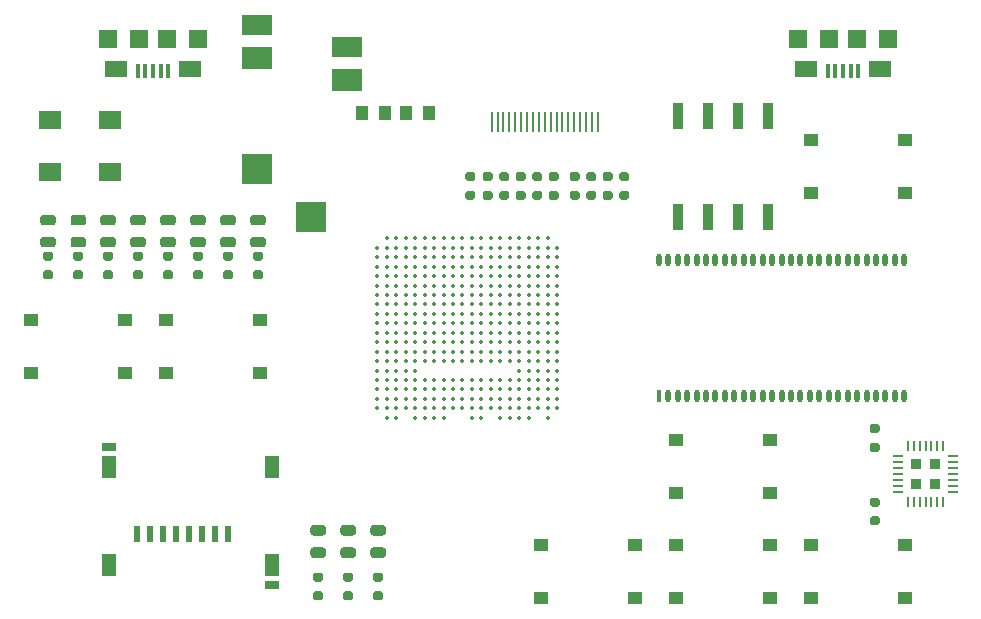
<source format=gtp>
G04 #@! TF.GenerationSoftware,KiCad,Pcbnew,5.1.6+dfsg1-1*
G04 #@! TF.CreationDate,2020-08-30T16:02:08+02:00*
G04 #@! TF.ProjectId,ulx3s,756c7833-732e-46b6-9963-61645f706362,v3.1.1*
G04 #@! TF.SameCoordinates,Original*
G04 #@! TF.FileFunction,Paste,Top*
G04 #@! TF.FilePolarity,Positive*
%FSLAX46Y46*%
G04 Gerber Fmt 4.6, Leading zero omitted, Abs format (unit mm)*
G04 Created by KiCad (PCBNEW 5.1.6+dfsg1-1) date 2020-08-30 16:02:08*
%MOMM*%
%LPD*%
G01*
G04 APERTURE LIST*
%ADD10R,1.546000X1.646000*%
%ADD11R,0.300000X1.250000*%
%ADD12R,1.646000X1.646000*%
%ADD13R,1.846000X1.346000*%
%ADD14R,0.540000X1.340000*%
%ADD15R,1.290000X0.740000*%
%ADD16R,1.290000X1.840000*%
%ADD17R,1.900000X1.500000*%
%ADD18R,2.546000X1.746000*%
%ADD19R,2.546000X1.946000*%
%ADD20R,2.546000X2.546000*%
%ADD21R,0.920000X2.240000*%
%ADD22R,0.200000X1.800000*%
%ADD23O,0.460000X1.100000*%
%ADD24R,0.460000X1.100000*%
%ADD25C,0.350000*%
%ADD26R,0.875000X0.875000*%
%ADD27O,0.200000X0.850000*%
%ADD28O,0.850000X0.200000*%
%ADD29R,0.850000X0.200000*%
%ADD30R,1.095000X1.200000*%
%ADD31R,1.296000X1.046000*%
G04 APERTURE END LIST*
D10*
X166500000Y-63325000D03*
X174100000Y-63325000D03*
D11*
X169000000Y-66000000D03*
X169650000Y-66000000D03*
X170300000Y-66000000D03*
X170950000Y-66000000D03*
X171600000Y-66000000D03*
D12*
X169100000Y-63325000D03*
X171500000Y-63325000D03*
D13*
X167200000Y-65875000D03*
X173400000Y-65875000D03*
D10*
X108080000Y-63325000D03*
X115680000Y-63325000D03*
D11*
X110580000Y-66000000D03*
X111230000Y-66000000D03*
X111880000Y-66000000D03*
X112530000Y-66000000D03*
X113180000Y-66000000D03*
D12*
X110680000Y-63325000D03*
X113080000Y-63325000D03*
D13*
X108780000Y-65875000D03*
X114980000Y-65875000D03*
D14*
X118250000Y-105250000D03*
X117150000Y-105250000D03*
X116050000Y-105250000D03*
X114950000Y-105250000D03*
X113850000Y-105250000D03*
X112750000Y-105250000D03*
X111650000Y-105250000D03*
X110550000Y-105250000D03*
D15*
X121925000Y-109550000D03*
X108175000Y-97850000D03*
D16*
X108175000Y-107850000D03*
X121925000Y-107850000D03*
X121925000Y-99550000D03*
X108175000Y-99550000D03*
D17*
X108212000Y-70160000D03*
X103132000Y-70160000D03*
X103132000Y-74560000D03*
X108212000Y-74560000D03*
D18*
X120668000Y-62118000D03*
D19*
X120668000Y-64918000D03*
D20*
X120668000Y-74318000D03*
X125218000Y-78418000D03*
D19*
X128268000Y-66818000D03*
D18*
X128268000Y-64018000D03*
D21*
X156330000Y-69815000D03*
X163950000Y-78425000D03*
X158870000Y-69815000D03*
X161410000Y-78425000D03*
X161410000Y-69815000D03*
X158870000Y-78425000D03*
X163950000Y-69815000D03*
X156330000Y-78425000D03*
D22*
X149546000Y-70312000D03*
X149046000Y-70312000D03*
X148546000Y-70312000D03*
X148046000Y-70312000D03*
X147546000Y-70312000D03*
X147046000Y-70312000D03*
X146546000Y-70312000D03*
X146046000Y-70312000D03*
X145546000Y-70312000D03*
X145046000Y-70312000D03*
X144546000Y-70312000D03*
X144046000Y-70312000D03*
X143546000Y-70312000D03*
X143046000Y-70312000D03*
X142546000Y-70312000D03*
X142046000Y-70312000D03*
X141546000Y-70312000D03*
X141046000Y-70312000D03*
X140546000Y-70312000D03*
D23*
X175493000Y-82070000D03*
D24*
X154693000Y-93530000D03*
D23*
X155493000Y-93530000D03*
X156293000Y-93530000D03*
X157093000Y-93530000D03*
X157893000Y-93530000D03*
X158693000Y-93530000D03*
X159493000Y-93530000D03*
X160293000Y-93530000D03*
X161093000Y-93530000D03*
X161893000Y-93530000D03*
X162693000Y-93530000D03*
X163493000Y-93530000D03*
X164293000Y-93530000D03*
X165093000Y-93530000D03*
X165893000Y-93530000D03*
X166693000Y-93530000D03*
X167493000Y-93530000D03*
X168293000Y-93530000D03*
X169093000Y-93530000D03*
X169893000Y-93530000D03*
X170693000Y-93530000D03*
X171493000Y-93530000D03*
X172293000Y-93530000D03*
X173093000Y-93530000D03*
X173893000Y-93530000D03*
X174693000Y-93530000D03*
X175493000Y-93530000D03*
X174693000Y-82070000D03*
X173893000Y-82070000D03*
X173093000Y-82070000D03*
X172293000Y-82070000D03*
X171493000Y-82070000D03*
X170693000Y-82070000D03*
X169893000Y-82070000D03*
X169093000Y-82070000D03*
X168293000Y-82070000D03*
X167493000Y-82070000D03*
X166693000Y-82070000D03*
X165893000Y-82070000D03*
X165093000Y-82070000D03*
X164293000Y-82070000D03*
X163493000Y-82070000D03*
X162693000Y-82070000D03*
X161893000Y-82070000D03*
X161093000Y-82070000D03*
X160293000Y-82070000D03*
X159493000Y-82070000D03*
X158693000Y-82070000D03*
X157893000Y-82070000D03*
X157093000Y-82070000D03*
X156293000Y-82070000D03*
X155493000Y-82070000D03*
X154693000Y-82070000D03*
D25*
X145280000Y-95400000D03*
X143680000Y-95400000D03*
X142880000Y-95400000D03*
X142080000Y-95400000D03*
X141280000Y-95400000D03*
X139680000Y-95400000D03*
X138880000Y-95400000D03*
X136480000Y-95400000D03*
X135680000Y-95400000D03*
X134880000Y-95400000D03*
X134080000Y-95400000D03*
X132480000Y-95400000D03*
X131680000Y-95400000D03*
X146080000Y-94600000D03*
X145280000Y-94600000D03*
X144480000Y-94600000D03*
X143680000Y-94600000D03*
X142880000Y-94600000D03*
X142080000Y-94600000D03*
X141280000Y-94600000D03*
X140480000Y-94600000D03*
X139680000Y-94600000D03*
X138880000Y-94600000D03*
X138080000Y-94600000D03*
X137280000Y-94600000D03*
X136480000Y-94600000D03*
X135680000Y-94600000D03*
X134880000Y-94600000D03*
X134080000Y-94600000D03*
X133280000Y-94600000D03*
X132480000Y-94600000D03*
X131680000Y-94600000D03*
X130880000Y-94600000D03*
X146080000Y-93800000D03*
X145280000Y-93800000D03*
X144480000Y-93800000D03*
X143680000Y-93800000D03*
X142880000Y-93800000D03*
X142080000Y-93800000D03*
X141280000Y-93800000D03*
X140480000Y-93800000D03*
X139680000Y-93800000D03*
X138880000Y-93800000D03*
X138080000Y-93800000D03*
X137280000Y-93800000D03*
X136480000Y-93800000D03*
X135680000Y-93800000D03*
X134880000Y-93800000D03*
X134080000Y-93800000D03*
X133280000Y-93800000D03*
X132480000Y-93800000D03*
X131680000Y-93800000D03*
X130880000Y-93800000D03*
X146080000Y-93000000D03*
X145280000Y-93000000D03*
X144480000Y-93000000D03*
X143680000Y-93000000D03*
X142880000Y-93000000D03*
X142080000Y-93000000D03*
X141280000Y-93000000D03*
X140480000Y-93000000D03*
X139680000Y-93000000D03*
X138880000Y-93000000D03*
X138080000Y-93000000D03*
X137280000Y-93000000D03*
X136480000Y-93000000D03*
X135680000Y-93000000D03*
X134880000Y-93000000D03*
X134080000Y-93000000D03*
X133280000Y-93000000D03*
X132480000Y-93000000D03*
X131680000Y-93000000D03*
X130880000Y-93000000D03*
X146080000Y-92200000D03*
X145280000Y-92200000D03*
X144480000Y-92200000D03*
X143680000Y-92200000D03*
X142880000Y-92200000D03*
X142080000Y-92200000D03*
X141280000Y-92200000D03*
X140480000Y-92200000D03*
X139680000Y-92200000D03*
X138880000Y-92200000D03*
X138080000Y-92200000D03*
X137280000Y-92200000D03*
X136480000Y-92200000D03*
X135680000Y-92200000D03*
X134880000Y-92200000D03*
X134080000Y-92200000D03*
X133280000Y-92200000D03*
X132480000Y-92200000D03*
X131680000Y-92200000D03*
X130880000Y-92200000D03*
X146080000Y-91400000D03*
X145280000Y-91400000D03*
X144480000Y-91400000D03*
X143680000Y-91400000D03*
X142880000Y-91400000D03*
X134080000Y-91400000D03*
X133280000Y-91400000D03*
X132480000Y-91400000D03*
X131680000Y-91400000D03*
X130880000Y-91400000D03*
X146080000Y-90600000D03*
X145280000Y-90600000D03*
X144480000Y-90600000D03*
X143680000Y-90600000D03*
X142880000Y-90600000D03*
X142080000Y-90600000D03*
X141280000Y-90600000D03*
X140480000Y-90600000D03*
X139680000Y-90600000D03*
X138880000Y-90600000D03*
X138080000Y-90600000D03*
X137280000Y-90600000D03*
X136480000Y-90600000D03*
X135680000Y-90600000D03*
X134880000Y-90600000D03*
X134080000Y-90600000D03*
X133280000Y-90600000D03*
X132480000Y-90600000D03*
X131680000Y-90600000D03*
X130880000Y-90600000D03*
X146080000Y-89800000D03*
X145280000Y-89800000D03*
X144480000Y-89800000D03*
X143680000Y-89800000D03*
X142880000Y-89800000D03*
X142080000Y-89800000D03*
X141280000Y-89800000D03*
X140480000Y-89800000D03*
X139680000Y-89800000D03*
X138880000Y-89800000D03*
X138080000Y-89800000D03*
X137280000Y-89800000D03*
X136480000Y-89800000D03*
X135680000Y-89800000D03*
X134880000Y-89800000D03*
X134080000Y-89800000D03*
X133280000Y-89800000D03*
X132480000Y-89800000D03*
X131680000Y-89800000D03*
X130880000Y-89800000D03*
X146080000Y-89000000D03*
X145280000Y-89000000D03*
X144480000Y-89000000D03*
X143680000Y-89000000D03*
X142880000Y-89000000D03*
X142080000Y-89000000D03*
X141280000Y-89000000D03*
X140480000Y-89000000D03*
X139680000Y-89000000D03*
X138880000Y-89000000D03*
X138080000Y-89000000D03*
X137280000Y-89000000D03*
X136480000Y-89000000D03*
X135680000Y-89000000D03*
X134880000Y-89000000D03*
X134080000Y-89000000D03*
X133280000Y-89000000D03*
X132480000Y-89000000D03*
X131680000Y-89000000D03*
X130880000Y-89000000D03*
X146080000Y-88200000D03*
X145280000Y-88200000D03*
X144480000Y-88200000D03*
X143680000Y-88200000D03*
X142880000Y-88200000D03*
X142080000Y-88200000D03*
X141280000Y-88200000D03*
X140480000Y-88200000D03*
X139680000Y-88200000D03*
X138880000Y-88200000D03*
X138080000Y-88200000D03*
X137280000Y-88200000D03*
X136480000Y-88200000D03*
X135680000Y-88200000D03*
X134880000Y-88200000D03*
X134080000Y-88200000D03*
X133280000Y-88200000D03*
X132480000Y-88200000D03*
X131680000Y-88200000D03*
X130880000Y-88200000D03*
X146080000Y-87400000D03*
X145280000Y-87400000D03*
X144480000Y-87400000D03*
X143680000Y-87400000D03*
X142880000Y-87400000D03*
X142080000Y-87400000D03*
X141280000Y-87400000D03*
X140480000Y-87400000D03*
X139680000Y-87400000D03*
X138880000Y-87400000D03*
X138080000Y-87400000D03*
X137280000Y-87400000D03*
X136480000Y-87400000D03*
X135680000Y-87400000D03*
X134880000Y-87400000D03*
X134080000Y-87400000D03*
X133280000Y-87400000D03*
X132480000Y-87400000D03*
X131680000Y-87400000D03*
X130880000Y-87400000D03*
X146080000Y-86600000D03*
X145280000Y-86600000D03*
X144480000Y-86600000D03*
X143680000Y-86600000D03*
X142880000Y-86600000D03*
X142080000Y-86600000D03*
X141280000Y-86600000D03*
X140480000Y-86600000D03*
X139680000Y-86600000D03*
X138880000Y-86600000D03*
X138080000Y-86600000D03*
X137280000Y-86600000D03*
X136480000Y-86600000D03*
X135680000Y-86600000D03*
X134880000Y-86600000D03*
X134080000Y-86600000D03*
X133280000Y-86600000D03*
X132480000Y-86600000D03*
X131680000Y-86600000D03*
X130880000Y-86600000D03*
X146080000Y-85800000D03*
X145280000Y-85800000D03*
X144480000Y-85800000D03*
X143680000Y-85800000D03*
X142880000Y-85800000D03*
X142080000Y-85800000D03*
X141280000Y-85800000D03*
X140480000Y-85800000D03*
X139680000Y-85800000D03*
X138880000Y-85800000D03*
X138080000Y-85800000D03*
X137280000Y-85800000D03*
X136480000Y-85800000D03*
X135680000Y-85800000D03*
X134880000Y-85800000D03*
X134080000Y-85800000D03*
X133280000Y-85800000D03*
X132480000Y-85800000D03*
X131680000Y-85800000D03*
X130880000Y-85800000D03*
X146080000Y-85000000D03*
X145280000Y-85000000D03*
X144480000Y-85000000D03*
X143680000Y-85000000D03*
X142880000Y-85000000D03*
X142080000Y-85000000D03*
X141280000Y-85000000D03*
X140480000Y-85000000D03*
X139680000Y-85000000D03*
X138880000Y-85000000D03*
X138080000Y-85000000D03*
X137280000Y-85000000D03*
X136480000Y-85000000D03*
X135680000Y-85000000D03*
X134880000Y-85000000D03*
X134080000Y-85000000D03*
X133280000Y-85000000D03*
X132480000Y-85000000D03*
X131680000Y-85000000D03*
X130880000Y-85000000D03*
X146080000Y-84200000D03*
X145280000Y-84200000D03*
X144480000Y-84200000D03*
X143680000Y-84200000D03*
X142880000Y-84200000D03*
X142080000Y-84200000D03*
X141280000Y-84200000D03*
X140480000Y-84200000D03*
X139680000Y-84200000D03*
X138880000Y-84200000D03*
X138080000Y-84200000D03*
X137280000Y-84200000D03*
X136480000Y-84200000D03*
X135680000Y-84200000D03*
X134880000Y-84200000D03*
X134080000Y-84200000D03*
X133280000Y-84200000D03*
X132480000Y-84200000D03*
X131680000Y-84200000D03*
X130880000Y-84200000D03*
X146080000Y-83400000D03*
X145280000Y-83400000D03*
X144480000Y-83400000D03*
X143680000Y-83400000D03*
X142880000Y-83400000D03*
X142080000Y-83400000D03*
X141280000Y-83400000D03*
X140480000Y-83400000D03*
X139680000Y-83400000D03*
X138880000Y-83400000D03*
X138080000Y-83400000D03*
X137280000Y-83400000D03*
X136480000Y-83400000D03*
X135680000Y-83400000D03*
X134880000Y-83400000D03*
X134080000Y-83400000D03*
X133280000Y-83400000D03*
X132480000Y-83400000D03*
X131680000Y-83400000D03*
X130880000Y-83400000D03*
X146080000Y-82600000D03*
X145280000Y-82600000D03*
X144480000Y-82600000D03*
X143680000Y-82600000D03*
X142880000Y-82600000D03*
X142080000Y-82600000D03*
X141280000Y-82600000D03*
X140480000Y-82600000D03*
X139680000Y-82600000D03*
X138880000Y-82600000D03*
X138080000Y-82600000D03*
X137280000Y-82600000D03*
X136480000Y-82600000D03*
X135680000Y-82600000D03*
X134880000Y-82600000D03*
X134080000Y-82600000D03*
X133280000Y-82600000D03*
X132480000Y-82600000D03*
X131680000Y-82600000D03*
X130880000Y-82600000D03*
X146080000Y-81800000D03*
X145280000Y-81800000D03*
X144480000Y-81800000D03*
X143680000Y-81800000D03*
X142880000Y-81800000D03*
X142080000Y-81800000D03*
X141280000Y-81800000D03*
X140480000Y-81800000D03*
X139680000Y-81800000D03*
X138880000Y-81800000D03*
X138080000Y-81800000D03*
X137280000Y-81800000D03*
X136480000Y-81800000D03*
X135680000Y-81800000D03*
X134880000Y-81800000D03*
X134080000Y-81800000D03*
X133280000Y-81800000D03*
X132480000Y-81800000D03*
X131680000Y-81800000D03*
X130880000Y-81800000D03*
X146080000Y-81000000D03*
X145280000Y-81000000D03*
X144480000Y-81000000D03*
X143680000Y-81000000D03*
X142880000Y-81000000D03*
X142080000Y-81000000D03*
X141280000Y-81000000D03*
X140480000Y-81000000D03*
X139680000Y-81000000D03*
X138880000Y-81000000D03*
X138080000Y-81000000D03*
X137280000Y-81000000D03*
X136480000Y-81000000D03*
X135680000Y-81000000D03*
X134880000Y-81000000D03*
X134080000Y-81000000D03*
X133280000Y-81000000D03*
X132480000Y-81000000D03*
X131680000Y-81000000D03*
X130880000Y-81000000D03*
X145280000Y-80200000D03*
X144480000Y-80200000D03*
X143680000Y-80200000D03*
X142880000Y-80200000D03*
X142080000Y-80200000D03*
X141280000Y-80200000D03*
X140480000Y-80200000D03*
X139680000Y-80200000D03*
X138880000Y-80200000D03*
X138080000Y-80200000D03*
X137280000Y-80200000D03*
X136480000Y-80200000D03*
X135680000Y-80200000D03*
X134880000Y-80200000D03*
X134080000Y-80200000D03*
X133280000Y-80200000D03*
X132480000Y-80200000D03*
X131680000Y-80200000D03*
D26*
X178097500Y-100967500D03*
X178097500Y-99342500D03*
X176472500Y-100967500D03*
X176472500Y-99342500D03*
D27*
X178785000Y-102495000D03*
X178285000Y-102495000D03*
X177785000Y-102495000D03*
X177285000Y-102495000D03*
X176785000Y-102495000D03*
X176285000Y-102495000D03*
X175785000Y-102495000D03*
D28*
X174945000Y-101655000D03*
X174945000Y-101155000D03*
X174945000Y-100655000D03*
X174945000Y-100155000D03*
X174945000Y-99655000D03*
X174945000Y-99155000D03*
X174945000Y-98655000D03*
D27*
X175785000Y-97815000D03*
X176285000Y-97815000D03*
X176785000Y-97815000D03*
X177285000Y-97815000D03*
X177785000Y-97815000D03*
X178285000Y-97815000D03*
X178785000Y-97815000D03*
D28*
X179625000Y-98655000D03*
X179625000Y-99155000D03*
X179625000Y-99655000D03*
X179625000Y-100155000D03*
X179625000Y-100655000D03*
X179625000Y-101155000D03*
D29*
X179625000Y-101655000D03*
G36*
G01*
X151989250Y-75371000D02*
X151526750Y-75371000D01*
G75*
G02*
X151333000Y-75177250I0J193750D01*
G01*
X151333000Y-74789750D01*
G75*
G02*
X151526750Y-74596000I193750J0D01*
G01*
X151989250Y-74596000D01*
G75*
G02*
X152183000Y-74789750I0J-193750D01*
G01*
X152183000Y-75177250D01*
G75*
G02*
X151989250Y-75371000I-193750J0D01*
G01*
G37*
G36*
G01*
X151989250Y-76946000D02*
X151526750Y-76946000D01*
G75*
G02*
X151333000Y-76752250I0J193750D01*
G01*
X151333000Y-76364750D01*
G75*
G02*
X151526750Y-76171000I193750J0D01*
G01*
X151989250Y-76171000D01*
G75*
G02*
X152183000Y-76364750I0J-193750D01*
G01*
X152183000Y-76752250D01*
G75*
G02*
X151989250Y-76946000I-193750J0D01*
G01*
G37*
G36*
G01*
X150592250Y-75371000D02*
X150129750Y-75371000D01*
G75*
G02*
X149936000Y-75177250I0J193750D01*
G01*
X149936000Y-74789750D01*
G75*
G02*
X150129750Y-74596000I193750J0D01*
G01*
X150592250Y-74596000D01*
G75*
G02*
X150786000Y-74789750I0J-193750D01*
G01*
X150786000Y-75177250D01*
G75*
G02*
X150592250Y-75371000I-193750J0D01*
G01*
G37*
G36*
G01*
X150592250Y-76946000D02*
X150129750Y-76946000D01*
G75*
G02*
X149936000Y-76752250I0J193750D01*
G01*
X149936000Y-76364750D01*
G75*
G02*
X150129750Y-76171000I193750J0D01*
G01*
X150592250Y-76171000D01*
G75*
G02*
X150786000Y-76364750I0J-193750D01*
G01*
X150786000Y-76752250D01*
G75*
G02*
X150592250Y-76946000I-193750J0D01*
G01*
G37*
G36*
G01*
X149195250Y-75371000D02*
X148732750Y-75371000D01*
G75*
G02*
X148539000Y-75177250I0J193750D01*
G01*
X148539000Y-74789750D01*
G75*
G02*
X148732750Y-74596000I193750J0D01*
G01*
X149195250Y-74596000D01*
G75*
G02*
X149389000Y-74789750I0J-193750D01*
G01*
X149389000Y-75177250D01*
G75*
G02*
X149195250Y-75371000I-193750J0D01*
G01*
G37*
G36*
G01*
X149195250Y-76946000D02*
X148732750Y-76946000D01*
G75*
G02*
X148539000Y-76752250I0J193750D01*
G01*
X148539000Y-76364750D01*
G75*
G02*
X148732750Y-76171000I193750J0D01*
G01*
X149195250Y-76171000D01*
G75*
G02*
X149389000Y-76364750I0J-193750D01*
G01*
X149389000Y-76752250D01*
G75*
G02*
X149195250Y-76946000I-193750J0D01*
G01*
G37*
G36*
G01*
X147798250Y-75359000D02*
X147335750Y-75359000D01*
G75*
G02*
X147142000Y-75165250I0J193750D01*
G01*
X147142000Y-74777750D01*
G75*
G02*
X147335750Y-74584000I193750J0D01*
G01*
X147798250Y-74584000D01*
G75*
G02*
X147992000Y-74777750I0J-193750D01*
G01*
X147992000Y-75165250D01*
G75*
G02*
X147798250Y-75359000I-193750J0D01*
G01*
G37*
G36*
G01*
X147798250Y-76934000D02*
X147335750Y-76934000D01*
G75*
G02*
X147142000Y-76740250I0J193750D01*
G01*
X147142000Y-76352750D01*
G75*
G02*
X147335750Y-76159000I193750J0D01*
G01*
X147798250Y-76159000D01*
G75*
G02*
X147992000Y-76352750I0J-193750D01*
G01*
X147992000Y-76740250D01*
G75*
G02*
X147798250Y-76934000I-193750J0D01*
G01*
G37*
G36*
G01*
X146020250Y-75371000D02*
X145557750Y-75371000D01*
G75*
G02*
X145364000Y-75177250I0J193750D01*
G01*
X145364000Y-74789750D01*
G75*
G02*
X145557750Y-74596000I193750J0D01*
G01*
X146020250Y-74596000D01*
G75*
G02*
X146214000Y-74789750I0J-193750D01*
G01*
X146214000Y-75177250D01*
G75*
G02*
X146020250Y-75371000I-193750J0D01*
G01*
G37*
G36*
G01*
X146020250Y-76946000D02*
X145557750Y-76946000D01*
G75*
G02*
X145364000Y-76752250I0J193750D01*
G01*
X145364000Y-76364750D01*
G75*
G02*
X145557750Y-76171000I193750J0D01*
G01*
X146020250Y-76171000D01*
G75*
G02*
X146214000Y-76364750I0J-193750D01*
G01*
X146214000Y-76752250D01*
G75*
G02*
X146020250Y-76946000I-193750J0D01*
G01*
G37*
G36*
G01*
X144623250Y-75371000D02*
X144160750Y-75371000D01*
G75*
G02*
X143967000Y-75177250I0J193750D01*
G01*
X143967000Y-74789750D01*
G75*
G02*
X144160750Y-74596000I193750J0D01*
G01*
X144623250Y-74596000D01*
G75*
G02*
X144817000Y-74789750I0J-193750D01*
G01*
X144817000Y-75177250D01*
G75*
G02*
X144623250Y-75371000I-193750J0D01*
G01*
G37*
G36*
G01*
X144623250Y-76946000D02*
X144160750Y-76946000D01*
G75*
G02*
X143967000Y-76752250I0J193750D01*
G01*
X143967000Y-76364750D01*
G75*
G02*
X144160750Y-76171000I193750J0D01*
G01*
X144623250Y-76171000D01*
G75*
G02*
X144817000Y-76364750I0J-193750D01*
G01*
X144817000Y-76752250D01*
G75*
G02*
X144623250Y-76946000I-193750J0D01*
G01*
G37*
G36*
G01*
X143226250Y-75371000D02*
X142763750Y-75371000D01*
G75*
G02*
X142570000Y-75177250I0J193750D01*
G01*
X142570000Y-74789750D01*
G75*
G02*
X142763750Y-74596000I193750J0D01*
G01*
X143226250Y-74596000D01*
G75*
G02*
X143420000Y-74789750I0J-193750D01*
G01*
X143420000Y-75177250D01*
G75*
G02*
X143226250Y-75371000I-193750J0D01*
G01*
G37*
G36*
G01*
X143226250Y-76946000D02*
X142763750Y-76946000D01*
G75*
G02*
X142570000Y-76752250I0J193750D01*
G01*
X142570000Y-76364750D01*
G75*
G02*
X142763750Y-76171000I193750J0D01*
G01*
X143226250Y-76171000D01*
G75*
G02*
X143420000Y-76364750I0J-193750D01*
G01*
X143420000Y-76752250D01*
G75*
G02*
X143226250Y-76946000I-193750J0D01*
G01*
G37*
G36*
G01*
X141829250Y-75371000D02*
X141366750Y-75371000D01*
G75*
G02*
X141173000Y-75177250I0J193750D01*
G01*
X141173000Y-74789750D01*
G75*
G02*
X141366750Y-74596000I193750J0D01*
G01*
X141829250Y-74596000D01*
G75*
G02*
X142023000Y-74789750I0J-193750D01*
G01*
X142023000Y-75177250D01*
G75*
G02*
X141829250Y-75371000I-193750J0D01*
G01*
G37*
G36*
G01*
X141829250Y-76946000D02*
X141366750Y-76946000D01*
G75*
G02*
X141173000Y-76752250I0J193750D01*
G01*
X141173000Y-76364750D01*
G75*
G02*
X141366750Y-76171000I193750J0D01*
G01*
X141829250Y-76171000D01*
G75*
G02*
X142023000Y-76364750I0J-193750D01*
G01*
X142023000Y-76752250D01*
G75*
G02*
X141829250Y-76946000I-193750J0D01*
G01*
G37*
G36*
G01*
X140432250Y-75371000D02*
X139969750Y-75371000D01*
G75*
G02*
X139776000Y-75177250I0J193750D01*
G01*
X139776000Y-74789750D01*
G75*
G02*
X139969750Y-74596000I193750J0D01*
G01*
X140432250Y-74596000D01*
G75*
G02*
X140626000Y-74789750I0J-193750D01*
G01*
X140626000Y-75177250D01*
G75*
G02*
X140432250Y-75371000I-193750J0D01*
G01*
G37*
G36*
G01*
X140432250Y-76946000D02*
X139969750Y-76946000D01*
G75*
G02*
X139776000Y-76752250I0J193750D01*
G01*
X139776000Y-76364750D01*
G75*
G02*
X139969750Y-76171000I193750J0D01*
G01*
X140432250Y-76171000D01*
G75*
G02*
X140626000Y-76364750I0J-193750D01*
G01*
X140626000Y-76752250D01*
G75*
G02*
X140432250Y-76946000I-193750J0D01*
G01*
G37*
G36*
G01*
X138974050Y-75363600D02*
X138511550Y-75363600D01*
G75*
G02*
X138317800Y-75169850I0J193750D01*
G01*
X138317800Y-74782350D01*
G75*
G02*
X138511550Y-74588600I193750J0D01*
G01*
X138974050Y-74588600D01*
G75*
G02*
X139167800Y-74782350I0J-193750D01*
G01*
X139167800Y-75169850D01*
G75*
G02*
X138974050Y-75363600I-193750J0D01*
G01*
G37*
G36*
G01*
X138974050Y-76938600D02*
X138511550Y-76938600D01*
G75*
G02*
X138317800Y-76744850I0J193750D01*
G01*
X138317800Y-76357350D01*
G75*
G02*
X138511550Y-76163600I193750J0D01*
G01*
X138974050Y-76163600D01*
G75*
G02*
X139167800Y-76357350I0J-193750D01*
G01*
X139167800Y-76744850D01*
G75*
G02*
X138974050Y-76938600I-193750J0D01*
G01*
G37*
G36*
G01*
X131161250Y-109280000D02*
X130698750Y-109280000D01*
G75*
G02*
X130505000Y-109086250I0J193750D01*
G01*
X130505000Y-108698750D01*
G75*
G02*
X130698750Y-108505000I193750J0D01*
G01*
X131161250Y-108505000D01*
G75*
G02*
X131355000Y-108698750I0J-193750D01*
G01*
X131355000Y-109086250D01*
G75*
G02*
X131161250Y-109280000I-193750J0D01*
G01*
G37*
G36*
G01*
X131161250Y-110855000D02*
X130698750Y-110855000D01*
G75*
G02*
X130505000Y-110661250I0J193750D01*
G01*
X130505000Y-110273750D01*
G75*
G02*
X130698750Y-110080000I193750J0D01*
G01*
X131161250Y-110080000D01*
G75*
G02*
X131355000Y-110273750I0J-193750D01*
G01*
X131355000Y-110661250D01*
G75*
G02*
X131161250Y-110855000I-193750J0D01*
G01*
G37*
G36*
G01*
X128158750Y-110080000D02*
X128621250Y-110080000D01*
G75*
G02*
X128815000Y-110273750I0J-193750D01*
G01*
X128815000Y-110661250D01*
G75*
G02*
X128621250Y-110855000I-193750J0D01*
G01*
X128158750Y-110855000D01*
G75*
G02*
X127965000Y-110661250I0J193750D01*
G01*
X127965000Y-110273750D01*
G75*
G02*
X128158750Y-110080000I193750J0D01*
G01*
G37*
G36*
G01*
X128158750Y-108505000D02*
X128621250Y-108505000D01*
G75*
G02*
X128815000Y-108698750I0J-193750D01*
G01*
X128815000Y-109086250D01*
G75*
G02*
X128621250Y-109280000I-193750J0D01*
G01*
X128158750Y-109280000D01*
G75*
G02*
X127965000Y-109086250I0J193750D01*
G01*
X127965000Y-108698750D01*
G75*
G02*
X128158750Y-108505000I193750J0D01*
G01*
G37*
G36*
G01*
X125618750Y-110080000D02*
X126081250Y-110080000D01*
G75*
G02*
X126275000Y-110273750I0J-193750D01*
G01*
X126275000Y-110661250D01*
G75*
G02*
X126081250Y-110855000I-193750J0D01*
G01*
X125618750Y-110855000D01*
G75*
G02*
X125425000Y-110661250I0J193750D01*
G01*
X125425000Y-110273750D01*
G75*
G02*
X125618750Y-110080000I193750J0D01*
G01*
G37*
G36*
G01*
X125618750Y-108505000D02*
X126081250Y-108505000D01*
G75*
G02*
X126275000Y-108698750I0J-193750D01*
G01*
X126275000Y-109086250D01*
G75*
G02*
X126081250Y-109280000I-193750J0D01*
G01*
X125618750Y-109280000D01*
G75*
G02*
X125425000Y-109086250I0J193750D01*
G01*
X125425000Y-108698750D01*
G75*
G02*
X125618750Y-108505000I193750J0D01*
G01*
G37*
G36*
G01*
X131361250Y-105370000D02*
X130498750Y-105370000D01*
G75*
G02*
X130280000Y-105151250I0J218750D01*
G01*
X130280000Y-104713750D01*
G75*
G02*
X130498750Y-104495000I218750J0D01*
G01*
X131361250Y-104495000D01*
G75*
G02*
X131580000Y-104713750I0J-218750D01*
G01*
X131580000Y-105151250D01*
G75*
G02*
X131361250Y-105370000I-218750J0D01*
G01*
G37*
G36*
G01*
X131361250Y-107245000D02*
X130498750Y-107245000D01*
G75*
G02*
X130280000Y-107026250I0J218750D01*
G01*
X130280000Y-106588750D01*
G75*
G02*
X130498750Y-106370000I218750J0D01*
G01*
X131361250Y-106370000D01*
G75*
G02*
X131580000Y-106588750I0J-218750D01*
G01*
X131580000Y-107026250D01*
G75*
G02*
X131361250Y-107245000I-218750J0D01*
G01*
G37*
G36*
G01*
X128821250Y-105370000D02*
X127958750Y-105370000D01*
G75*
G02*
X127740000Y-105151250I0J218750D01*
G01*
X127740000Y-104713750D01*
G75*
G02*
X127958750Y-104495000I218750J0D01*
G01*
X128821250Y-104495000D01*
G75*
G02*
X129040000Y-104713750I0J-218750D01*
G01*
X129040000Y-105151250D01*
G75*
G02*
X128821250Y-105370000I-218750J0D01*
G01*
G37*
G36*
G01*
X128821250Y-107245000D02*
X127958750Y-107245000D01*
G75*
G02*
X127740000Y-107026250I0J218750D01*
G01*
X127740000Y-106588750D01*
G75*
G02*
X127958750Y-106370000I218750J0D01*
G01*
X128821250Y-106370000D01*
G75*
G02*
X129040000Y-106588750I0J-218750D01*
G01*
X129040000Y-107026250D01*
G75*
G02*
X128821250Y-107245000I-218750J0D01*
G01*
G37*
G36*
G01*
X125418750Y-106370000D02*
X126281250Y-106370000D01*
G75*
G02*
X126500000Y-106588750I0J-218750D01*
G01*
X126500000Y-107026250D01*
G75*
G02*
X126281250Y-107245000I-218750J0D01*
G01*
X125418750Y-107245000D01*
G75*
G02*
X125200000Y-107026250I0J218750D01*
G01*
X125200000Y-106588750D01*
G75*
G02*
X125418750Y-106370000I218750J0D01*
G01*
G37*
G36*
G01*
X125418750Y-104495000D02*
X126281250Y-104495000D01*
G75*
G02*
X126500000Y-104713750I0J-218750D01*
G01*
X126500000Y-105151250D01*
G75*
G02*
X126281250Y-105370000I-218750J0D01*
G01*
X125418750Y-105370000D01*
G75*
G02*
X125200000Y-105151250I0J218750D01*
G01*
X125200000Y-104713750D01*
G75*
G02*
X125418750Y-104495000I218750J0D01*
G01*
G37*
G36*
G01*
X121001250Y-82102000D02*
X120538750Y-82102000D01*
G75*
G02*
X120345000Y-81908250I0J193750D01*
G01*
X120345000Y-81520750D01*
G75*
G02*
X120538750Y-81327000I193750J0D01*
G01*
X121001250Y-81327000D01*
G75*
G02*
X121195000Y-81520750I0J-193750D01*
G01*
X121195000Y-81908250D01*
G75*
G02*
X121001250Y-82102000I-193750J0D01*
G01*
G37*
G36*
G01*
X121001250Y-83677000D02*
X120538750Y-83677000D01*
G75*
G02*
X120345000Y-83483250I0J193750D01*
G01*
X120345000Y-83095750D01*
G75*
G02*
X120538750Y-82902000I193750J0D01*
G01*
X121001250Y-82902000D01*
G75*
G02*
X121195000Y-83095750I0J-193750D01*
G01*
X121195000Y-83483250D01*
G75*
G02*
X121001250Y-83677000I-193750J0D01*
G01*
G37*
G36*
G01*
X120338750Y-80099000D02*
X121201250Y-80099000D01*
G75*
G02*
X121420000Y-80317750I0J-218750D01*
G01*
X121420000Y-80755250D01*
G75*
G02*
X121201250Y-80974000I-218750J0D01*
G01*
X120338750Y-80974000D01*
G75*
G02*
X120120000Y-80755250I0J218750D01*
G01*
X120120000Y-80317750D01*
G75*
G02*
X120338750Y-80099000I218750J0D01*
G01*
G37*
G36*
G01*
X120338750Y-78224000D02*
X121201250Y-78224000D01*
G75*
G02*
X121420000Y-78442750I0J-218750D01*
G01*
X121420000Y-78880250D01*
G75*
G02*
X121201250Y-79099000I-218750J0D01*
G01*
X120338750Y-79099000D01*
G75*
G02*
X120120000Y-78880250I0J218750D01*
G01*
X120120000Y-78442750D01*
G75*
G02*
X120338750Y-78224000I218750J0D01*
G01*
G37*
G36*
G01*
X118461250Y-82102000D02*
X117998750Y-82102000D01*
G75*
G02*
X117805000Y-81908250I0J193750D01*
G01*
X117805000Y-81520750D01*
G75*
G02*
X117998750Y-81327000I193750J0D01*
G01*
X118461250Y-81327000D01*
G75*
G02*
X118655000Y-81520750I0J-193750D01*
G01*
X118655000Y-81908250D01*
G75*
G02*
X118461250Y-82102000I-193750J0D01*
G01*
G37*
G36*
G01*
X118461250Y-83677000D02*
X117998750Y-83677000D01*
G75*
G02*
X117805000Y-83483250I0J193750D01*
G01*
X117805000Y-83095750D01*
G75*
G02*
X117998750Y-82902000I193750J0D01*
G01*
X118461250Y-82902000D01*
G75*
G02*
X118655000Y-83095750I0J-193750D01*
G01*
X118655000Y-83483250D01*
G75*
G02*
X118461250Y-83677000I-193750J0D01*
G01*
G37*
G36*
G01*
X117798750Y-80099000D02*
X118661250Y-80099000D01*
G75*
G02*
X118880000Y-80317750I0J-218750D01*
G01*
X118880000Y-80755250D01*
G75*
G02*
X118661250Y-80974000I-218750J0D01*
G01*
X117798750Y-80974000D01*
G75*
G02*
X117580000Y-80755250I0J218750D01*
G01*
X117580000Y-80317750D01*
G75*
G02*
X117798750Y-80099000I218750J0D01*
G01*
G37*
G36*
G01*
X117798750Y-78224000D02*
X118661250Y-78224000D01*
G75*
G02*
X118880000Y-78442750I0J-218750D01*
G01*
X118880000Y-78880250D01*
G75*
G02*
X118661250Y-79099000I-218750J0D01*
G01*
X117798750Y-79099000D01*
G75*
G02*
X117580000Y-78880250I0J218750D01*
G01*
X117580000Y-78442750D01*
G75*
G02*
X117798750Y-78224000I218750J0D01*
G01*
G37*
G36*
G01*
X115921250Y-82102000D02*
X115458750Y-82102000D01*
G75*
G02*
X115265000Y-81908250I0J193750D01*
G01*
X115265000Y-81520750D01*
G75*
G02*
X115458750Y-81327000I193750J0D01*
G01*
X115921250Y-81327000D01*
G75*
G02*
X116115000Y-81520750I0J-193750D01*
G01*
X116115000Y-81908250D01*
G75*
G02*
X115921250Y-82102000I-193750J0D01*
G01*
G37*
G36*
G01*
X115921250Y-83677000D02*
X115458750Y-83677000D01*
G75*
G02*
X115265000Y-83483250I0J193750D01*
G01*
X115265000Y-83095750D01*
G75*
G02*
X115458750Y-82902000I193750J0D01*
G01*
X115921250Y-82902000D01*
G75*
G02*
X116115000Y-83095750I0J-193750D01*
G01*
X116115000Y-83483250D01*
G75*
G02*
X115921250Y-83677000I-193750J0D01*
G01*
G37*
G36*
G01*
X115258750Y-80099000D02*
X116121250Y-80099000D01*
G75*
G02*
X116340000Y-80317750I0J-218750D01*
G01*
X116340000Y-80755250D01*
G75*
G02*
X116121250Y-80974000I-218750J0D01*
G01*
X115258750Y-80974000D01*
G75*
G02*
X115040000Y-80755250I0J218750D01*
G01*
X115040000Y-80317750D01*
G75*
G02*
X115258750Y-80099000I218750J0D01*
G01*
G37*
G36*
G01*
X115258750Y-78224000D02*
X116121250Y-78224000D01*
G75*
G02*
X116340000Y-78442750I0J-218750D01*
G01*
X116340000Y-78880250D01*
G75*
G02*
X116121250Y-79099000I-218750J0D01*
G01*
X115258750Y-79099000D01*
G75*
G02*
X115040000Y-78880250I0J218750D01*
G01*
X115040000Y-78442750D01*
G75*
G02*
X115258750Y-78224000I218750J0D01*
G01*
G37*
G36*
G01*
X113381250Y-82102000D02*
X112918750Y-82102000D01*
G75*
G02*
X112725000Y-81908250I0J193750D01*
G01*
X112725000Y-81520750D01*
G75*
G02*
X112918750Y-81327000I193750J0D01*
G01*
X113381250Y-81327000D01*
G75*
G02*
X113575000Y-81520750I0J-193750D01*
G01*
X113575000Y-81908250D01*
G75*
G02*
X113381250Y-82102000I-193750J0D01*
G01*
G37*
G36*
G01*
X113381250Y-83677000D02*
X112918750Y-83677000D01*
G75*
G02*
X112725000Y-83483250I0J193750D01*
G01*
X112725000Y-83095750D01*
G75*
G02*
X112918750Y-82902000I193750J0D01*
G01*
X113381250Y-82902000D01*
G75*
G02*
X113575000Y-83095750I0J-193750D01*
G01*
X113575000Y-83483250D01*
G75*
G02*
X113381250Y-83677000I-193750J0D01*
G01*
G37*
G36*
G01*
X112718750Y-80099000D02*
X113581250Y-80099000D01*
G75*
G02*
X113800000Y-80317750I0J-218750D01*
G01*
X113800000Y-80755250D01*
G75*
G02*
X113581250Y-80974000I-218750J0D01*
G01*
X112718750Y-80974000D01*
G75*
G02*
X112500000Y-80755250I0J218750D01*
G01*
X112500000Y-80317750D01*
G75*
G02*
X112718750Y-80099000I218750J0D01*
G01*
G37*
G36*
G01*
X112718750Y-78224000D02*
X113581250Y-78224000D01*
G75*
G02*
X113800000Y-78442750I0J-218750D01*
G01*
X113800000Y-78880250D01*
G75*
G02*
X113581250Y-79099000I-218750J0D01*
G01*
X112718750Y-79099000D01*
G75*
G02*
X112500000Y-78880250I0J218750D01*
G01*
X112500000Y-78442750D01*
G75*
G02*
X112718750Y-78224000I218750J0D01*
G01*
G37*
G36*
G01*
X110841250Y-82102000D02*
X110378750Y-82102000D01*
G75*
G02*
X110185000Y-81908250I0J193750D01*
G01*
X110185000Y-81520750D01*
G75*
G02*
X110378750Y-81327000I193750J0D01*
G01*
X110841250Y-81327000D01*
G75*
G02*
X111035000Y-81520750I0J-193750D01*
G01*
X111035000Y-81908250D01*
G75*
G02*
X110841250Y-82102000I-193750J0D01*
G01*
G37*
G36*
G01*
X110841250Y-83677000D02*
X110378750Y-83677000D01*
G75*
G02*
X110185000Y-83483250I0J193750D01*
G01*
X110185000Y-83095750D01*
G75*
G02*
X110378750Y-82902000I193750J0D01*
G01*
X110841250Y-82902000D01*
G75*
G02*
X111035000Y-83095750I0J-193750D01*
G01*
X111035000Y-83483250D01*
G75*
G02*
X110841250Y-83677000I-193750J0D01*
G01*
G37*
G36*
G01*
X110178750Y-80099000D02*
X111041250Y-80099000D01*
G75*
G02*
X111260000Y-80317750I0J-218750D01*
G01*
X111260000Y-80755250D01*
G75*
G02*
X111041250Y-80974000I-218750J0D01*
G01*
X110178750Y-80974000D01*
G75*
G02*
X109960000Y-80755250I0J218750D01*
G01*
X109960000Y-80317750D01*
G75*
G02*
X110178750Y-80099000I218750J0D01*
G01*
G37*
G36*
G01*
X110178750Y-78224000D02*
X111041250Y-78224000D01*
G75*
G02*
X111260000Y-78442750I0J-218750D01*
G01*
X111260000Y-78880250D01*
G75*
G02*
X111041250Y-79099000I-218750J0D01*
G01*
X110178750Y-79099000D01*
G75*
G02*
X109960000Y-78880250I0J218750D01*
G01*
X109960000Y-78442750D01*
G75*
G02*
X110178750Y-78224000I218750J0D01*
G01*
G37*
G36*
G01*
X108301250Y-82102000D02*
X107838750Y-82102000D01*
G75*
G02*
X107645000Y-81908250I0J193750D01*
G01*
X107645000Y-81520750D01*
G75*
G02*
X107838750Y-81327000I193750J0D01*
G01*
X108301250Y-81327000D01*
G75*
G02*
X108495000Y-81520750I0J-193750D01*
G01*
X108495000Y-81908250D01*
G75*
G02*
X108301250Y-82102000I-193750J0D01*
G01*
G37*
G36*
G01*
X108301250Y-83677000D02*
X107838750Y-83677000D01*
G75*
G02*
X107645000Y-83483250I0J193750D01*
G01*
X107645000Y-83095750D01*
G75*
G02*
X107838750Y-82902000I193750J0D01*
G01*
X108301250Y-82902000D01*
G75*
G02*
X108495000Y-83095750I0J-193750D01*
G01*
X108495000Y-83483250D01*
G75*
G02*
X108301250Y-83677000I-193750J0D01*
G01*
G37*
G36*
G01*
X107638750Y-80099000D02*
X108501250Y-80099000D01*
G75*
G02*
X108720000Y-80317750I0J-218750D01*
G01*
X108720000Y-80755250D01*
G75*
G02*
X108501250Y-80974000I-218750J0D01*
G01*
X107638750Y-80974000D01*
G75*
G02*
X107420000Y-80755250I0J218750D01*
G01*
X107420000Y-80317750D01*
G75*
G02*
X107638750Y-80099000I218750J0D01*
G01*
G37*
G36*
G01*
X107638750Y-78224000D02*
X108501250Y-78224000D01*
G75*
G02*
X108720000Y-78442750I0J-218750D01*
G01*
X108720000Y-78880250D01*
G75*
G02*
X108501250Y-79099000I-218750J0D01*
G01*
X107638750Y-79099000D01*
G75*
G02*
X107420000Y-78880250I0J218750D01*
G01*
X107420000Y-78442750D01*
G75*
G02*
X107638750Y-78224000I218750J0D01*
G01*
G37*
G36*
G01*
X105761250Y-82102000D02*
X105298750Y-82102000D01*
G75*
G02*
X105105000Y-81908250I0J193750D01*
G01*
X105105000Y-81520750D01*
G75*
G02*
X105298750Y-81327000I193750J0D01*
G01*
X105761250Y-81327000D01*
G75*
G02*
X105955000Y-81520750I0J-193750D01*
G01*
X105955000Y-81908250D01*
G75*
G02*
X105761250Y-82102000I-193750J0D01*
G01*
G37*
G36*
G01*
X105761250Y-83677000D02*
X105298750Y-83677000D01*
G75*
G02*
X105105000Y-83483250I0J193750D01*
G01*
X105105000Y-83095750D01*
G75*
G02*
X105298750Y-82902000I193750J0D01*
G01*
X105761250Y-82902000D01*
G75*
G02*
X105955000Y-83095750I0J-193750D01*
G01*
X105955000Y-83483250D01*
G75*
G02*
X105761250Y-83677000I-193750J0D01*
G01*
G37*
G36*
G01*
X105113750Y-80099000D02*
X105976250Y-80099000D01*
G75*
G02*
X106195000Y-80317750I0J-218750D01*
G01*
X106195000Y-80755250D01*
G75*
G02*
X105976250Y-80974000I-218750J0D01*
G01*
X105113750Y-80974000D01*
G75*
G02*
X104895000Y-80755250I0J218750D01*
G01*
X104895000Y-80317750D01*
G75*
G02*
X105113750Y-80099000I218750J0D01*
G01*
G37*
G36*
G01*
X105113750Y-78224000D02*
X105976250Y-78224000D01*
G75*
G02*
X106195000Y-78442750I0J-218750D01*
G01*
X106195000Y-78880250D01*
G75*
G02*
X105976250Y-79099000I-218750J0D01*
G01*
X105113750Y-79099000D01*
G75*
G02*
X104895000Y-78880250I0J218750D01*
G01*
X104895000Y-78442750D01*
G75*
G02*
X105113750Y-78224000I218750J0D01*
G01*
G37*
G36*
G01*
X103221250Y-82102000D02*
X102758750Y-82102000D01*
G75*
G02*
X102565000Y-81908250I0J193750D01*
G01*
X102565000Y-81520750D01*
G75*
G02*
X102758750Y-81327000I193750J0D01*
G01*
X103221250Y-81327000D01*
G75*
G02*
X103415000Y-81520750I0J-193750D01*
G01*
X103415000Y-81908250D01*
G75*
G02*
X103221250Y-82102000I-193750J0D01*
G01*
G37*
G36*
G01*
X103221250Y-83677000D02*
X102758750Y-83677000D01*
G75*
G02*
X102565000Y-83483250I0J193750D01*
G01*
X102565000Y-83095750D01*
G75*
G02*
X102758750Y-82902000I193750J0D01*
G01*
X103221250Y-82902000D01*
G75*
G02*
X103415000Y-83095750I0J-193750D01*
G01*
X103415000Y-83483250D01*
G75*
G02*
X103221250Y-83677000I-193750J0D01*
G01*
G37*
G36*
G01*
X102558750Y-80099000D02*
X103421250Y-80099000D01*
G75*
G02*
X103640000Y-80317750I0J-218750D01*
G01*
X103640000Y-80755250D01*
G75*
G02*
X103421250Y-80974000I-218750J0D01*
G01*
X102558750Y-80974000D01*
G75*
G02*
X102340000Y-80755250I0J218750D01*
G01*
X102340000Y-80317750D01*
G75*
G02*
X102558750Y-80099000I218750J0D01*
G01*
G37*
G36*
G01*
X102558750Y-78224000D02*
X103421250Y-78224000D01*
G75*
G02*
X103640000Y-78442750I0J-218750D01*
G01*
X103640000Y-78880250D01*
G75*
G02*
X103421250Y-79099000I-218750J0D01*
G01*
X102558750Y-79099000D01*
G75*
G02*
X102340000Y-78880250I0J218750D01*
G01*
X102340000Y-78442750D01*
G75*
G02*
X102558750Y-78224000I218750J0D01*
G01*
G37*
G36*
G01*
X173198250Y-96707000D02*
X172735750Y-96707000D01*
G75*
G02*
X172542000Y-96513250I0J193750D01*
G01*
X172542000Y-96125750D01*
G75*
G02*
X172735750Y-95932000I193750J0D01*
G01*
X173198250Y-95932000D01*
G75*
G02*
X173392000Y-96125750I0J-193750D01*
G01*
X173392000Y-96513250D01*
G75*
G02*
X173198250Y-96707000I-193750J0D01*
G01*
G37*
G36*
G01*
X173198250Y-98282000D02*
X172735750Y-98282000D01*
G75*
G02*
X172542000Y-98088250I0J193750D01*
G01*
X172542000Y-97700750D01*
G75*
G02*
X172735750Y-97507000I193750J0D01*
G01*
X173198250Y-97507000D01*
G75*
G02*
X173392000Y-97700750I0J-193750D01*
G01*
X173392000Y-98088250D01*
G75*
G02*
X173198250Y-98282000I-193750J0D01*
G01*
G37*
D30*
X131531500Y-69566000D03*
X129596500Y-69566000D03*
X133279500Y-69566000D03*
X135214500Y-69566000D03*
D31*
X175550000Y-71870000D03*
X175550000Y-76370000D03*
X167590000Y-76370000D03*
X167590000Y-71870000D03*
X109510000Y-91610000D03*
X109510000Y-87110000D03*
X101550000Y-87110000D03*
X101550000Y-91610000D03*
X112980000Y-91610000D03*
X112980000Y-87110000D03*
X120940000Y-87110000D03*
X120940000Y-91610000D03*
X164120000Y-101770000D03*
X164120000Y-97270000D03*
X156160000Y-97270000D03*
X156160000Y-101770000D03*
X164120000Y-106160000D03*
X164120000Y-110660000D03*
X156160000Y-110660000D03*
X156160000Y-106160000D03*
X144730000Y-106160000D03*
X144730000Y-110660000D03*
X152690000Y-110660000D03*
X152690000Y-106160000D03*
X175550000Y-106160000D03*
X175550000Y-110660000D03*
X167590000Y-110660000D03*
X167590000Y-106160000D03*
G36*
G01*
X172735750Y-102155000D02*
X173198250Y-102155000D01*
G75*
G02*
X173392000Y-102348750I0J-193750D01*
G01*
X173392000Y-102736250D01*
G75*
G02*
X173198250Y-102930000I-193750J0D01*
G01*
X172735750Y-102930000D01*
G75*
G02*
X172542000Y-102736250I0J193750D01*
G01*
X172542000Y-102348750D01*
G75*
G02*
X172735750Y-102155000I193750J0D01*
G01*
G37*
G36*
G01*
X172735750Y-103730000D02*
X173198250Y-103730000D01*
G75*
G02*
X173392000Y-103923750I0J-193750D01*
G01*
X173392000Y-104311250D01*
G75*
G02*
X173198250Y-104505000I-193750J0D01*
G01*
X172735750Y-104505000D01*
G75*
G02*
X172542000Y-104311250I0J193750D01*
G01*
X172542000Y-103923750D01*
G75*
G02*
X172735750Y-103730000I193750J0D01*
G01*
G37*
M02*

</source>
